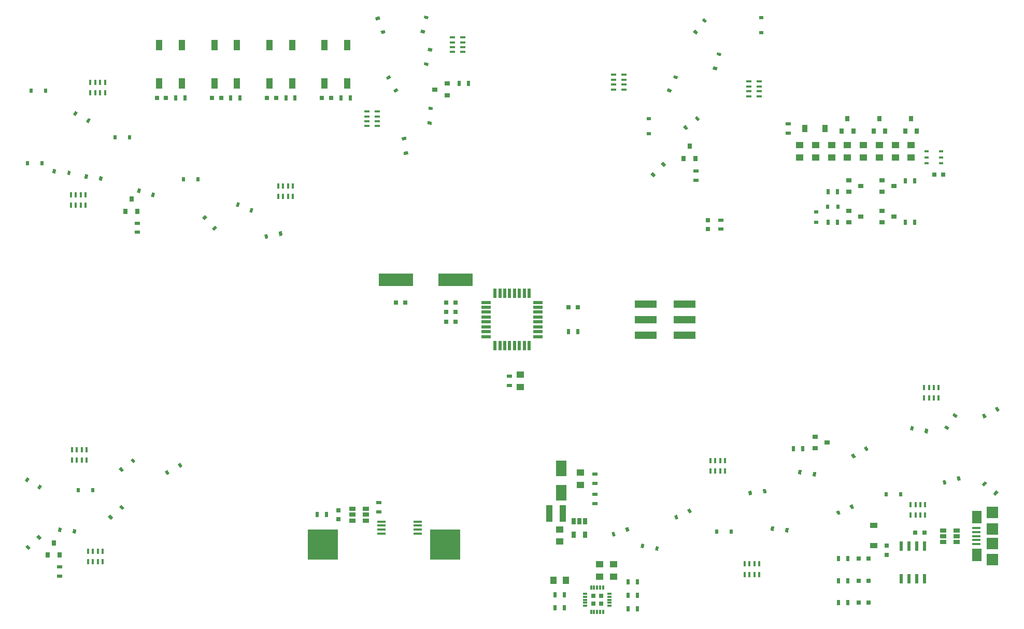
<source format=gbr>
G04 #@! TF.GenerationSoftware,KiCad,Pcbnew,(6.0.0-rc1-dev-557-ge985f797c)*
G04 #@! TF.CreationDate,2019-12-22T20:12:48+01:00*
G04 #@! TF.ProjectId,36C3_Badge_Hardware,333643335F42616467655F4861726477,1.1*
G04 #@! TF.SameCoordinates,Original*
G04 #@! TF.FileFunction,Paste,Bot*
G04 #@! TF.FilePolarity,Positive*
%FSLAX46Y46*%
G04 Gerber Fmt 4.6, Leading zero omitted, Abs format (unit mm)*
G04 Created by KiCad (PCBNEW (6.0.0-rc1-dev-557-ge985f797c)) date 12/22/19 20:12:48*
%MOMM*%
%LPD*%
G01*
G04 APERTURE LIST*
%ADD10R,1.200000X0.900000*%
%ADD11R,1.250000X1.000000*%
%ADD12R,5.000000X5.000000*%
%ADD13R,1.600000X2.100000*%
%ADD14R,1.350000X0.400000*%
%ADD15R,1.900000X1.900000*%
%ADD16R,5.600700X2.100580*%
%ADD17R,1.600000X0.550000*%
%ADD18R,0.550000X1.600000*%
%ADD19R,0.700000X0.450000*%
%ADD20R,0.600000X1.550000*%
%ADD21R,0.730000X0.300000*%
%ADD22R,0.300000X0.730000*%
%ADD23R,0.750000X0.750000*%
%ADD24R,1.060000X0.650000*%
%ADD25R,0.650000X1.060000*%
%ADD26R,1.100000X1.800000*%
%ADD27R,0.900000X0.500000*%
%ADD28R,0.500000X0.900000*%
%ADD29R,0.900000X0.400000*%
%ADD30R,0.400000X0.900000*%
%ADD31R,0.900000X0.800000*%
%ADD32R,0.800000X0.900000*%
%ADD33R,1.450000X0.450000*%
%ADD34R,1.000000X2.700000*%
%ADD35R,3.600000X1.270000*%
%ADD36R,0.800000X0.600000*%
%ADD37R,0.600000X0.800000*%
%ADD38R,0.900000X1.200000*%
%ADD39C,0.500000*%
%ADD40C,0.100000*%
%ADD41R,0.500000X0.700000*%
%ADD42R,0.700000X0.500000*%
%ADD43R,0.800000X0.800000*%
%ADD44R,1.800000X2.500000*%
%ADD45R,0.800000X0.750000*%
%ADD46R,0.750000X0.800000*%
%ADD47R,1.000000X1.250000*%
G04 APERTURE END LIST*
D10*
G04 #@! TO.C,D6*
X169100000Y-116950000D03*
X169100000Y-113650000D03*
G04 #@! TD*
D11*
G04 #@! TO.C,C27*
X111300000Y-91000000D03*
X111300000Y-89000000D03*
G04 #@! TD*
D12*
G04 #@! TO.C,BT1*
X79100000Y-116800000D03*
X99100000Y-116800000D03*
G04 #@! TD*
D13*
G04 #@! TO.C,J1*
X185950000Y-118500000D03*
D14*
X185825000Y-116700000D03*
X185825000Y-114100000D03*
X185825000Y-114750000D03*
X185825000Y-116050000D03*
X185825000Y-115400000D03*
D13*
X185950000Y-112300000D03*
D15*
X188500000Y-111550000D03*
X188500000Y-119250000D03*
X188500000Y-114200000D03*
X188500000Y-116600000D03*
G04 #@! TD*
D16*
G04 #@! TO.C,Y1*
X91051140Y-73500000D03*
X100748860Y-73500000D03*
G04 #@! TD*
D17*
G04 #@! TO.C,U6*
X105750000Y-82800000D03*
X105750000Y-82000000D03*
X105750000Y-81200000D03*
X105750000Y-80400000D03*
X105750000Y-79600000D03*
X105750000Y-78800000D03*
X105750000Y-78000000D03*
X105750000Y-77200000D03*
D18*
X107200000Y-75750000D03*
X108000000Y-75750000D03*
X108800000Y-75750000D03*
X109600000Y-75750000D03*
X110400000Y-75750000D03*
X111200000Y-75750000D03*
X112000000Y-75750000D03*
X112800000Y-75750000D03*
D17*
X114250000Y-77200000D03*
X114250000Y-78000000D03*
X114250000Y-78800000D03*
X114250000Y-79600000D03*
X114250000Y-80400000D03*
X114250000Y-81200000D03*
X114250000Y-82000000D03*
X114250000Y-82800000D03*
D18*
X112800000Y-84250000D03*
X112000000Y-84250000D03*
X111200000Y-84250000D03*
X110400000Y-84250000D03*
X109600000Y-84250000D03*
X108800000Y-84250000D03*
X108000000Y-84250000D03*
X107200000Y-84250000D03*
G04 #@! TD*
D19*
G04 #@! TO.C,U5*
X177700000Y-53500000D03*
X177700000Y-54450000D03*
X177700000Y-52550000D03*
X180100000Y-52550000D03*
X180100000Y-54450000D03*
X180100000Y-53500000D03*
G04 #@! TD*
D20*
G04 #@! TO.C,U4*
X177405000Y-122400000D03*
X176135000Y-122400000D03*
X174865000Y-122400000D03*
X173595000Y-122400000D03*
X173595000Y-117000000D03*
X174865000Y-117000000D03*
X176135000Y-117000000D03*
X177405000Y-117000000D03*
G04 #@! TD*
D21*
G04 #@! TO.C,U3*
X125865000Y-124800000D03*
X125865000Y-125300000D03*
X125865000Y-125800000D03*
X125865000Y-126300000D03*
X125865000Y-126800000D03*
D22*
X124900000Y-127765000D03*
X124400000Y-127765000D03*
X123900000Y-127765000D03*
X123400000Y-127765000D03*
X122900000Y-127765000D03*
D21*
X121935000Y-126800000D03*
X121935000Y-126300000D03*
X121935000Y-125800000D03*
X121935000Y-125300000D03*
X121935000Y-124800000D03*
D22*
X122900000Y-123835000D03*
X123400000Y-123835000D03*
X123900000Y-123835000D03*
X124400000Y-123835000D03*
X124900000Y-123835000D03*
D23*
X123275000Y-126425000D03*
X123275000Y-125175000D03*
X124525000Y-126425000D03*
X124525000Y-125175000D03*
G04 #@! TD*
D24*
G04 #@! TO.C,U2*
X86100000Y-110950000D03*
X86100000Y-111900000D03*
X86100000Y-112850000D03*
X83900000Y-112850000D03*
X83900000Y-110950000D03*
X83900000Y-111900000D03*
G04 #@! TD*
D25*
G04 #@! TO.C,U1*
X120050000Y-113000000D03*
X121000000Y-113000000D03*
X121950000Y-113000000D03*
X121950000Y-115200000D03*
X120050000Y-115200000D03*
G04 #@! TD*
D26*
G04 #@! TO.C,SW4*
X52350000Y-35200000D03*
X52350000Y-41400000D03*
X56050000Y-35200000D03*
X56050000Y-41400000D03*
G04 #@! TD*
G04 #@! TO.C,SW3*
X65050000Y-41400000D03*
X65050000Y-35200000D03*
X61350000Y-41400000D03*
X61350000Y-35200000D03*
G04 #@! TD*
G04 #@! TO.C,SW2*
X74050000Y-41400000D03*
X74050000Y-35200000D03*
X70350000Y-41400000D03*
X70350000Y-35200000D03*
G04 #@! TD*
G04 #@! TO.C,SW1*
X83050000Y-41400000D03*
X83050000Y-35200000D03*
X79350000Y-41400000D03*
X79350000Y-35200000D03*
G04 #@! TD*
D27*
G04 #@! TO.C,R43*
X109600000Y-89250000D03*
X109600000Y-90750000D03*
G04 #@! TD*
D28*
G04 #@! TO.C,R42*
X119250000Y-82000000D03*
X120750000Y-82000000D03*
G04 #@! TD*
G04 #@! TO.C,R41*
X56550000Y-43800000D03*
X55050000Y-43800000D03*
G04 #@! TD*
G04 #@! TO.C,R40*
X65550000Y-43800000D03*
X64050000Y-43800000D03*
G04 #@! TD*
D27*
G04 #@! TO.C,R39*
X144100000Y-65250000D03*
X144100000Y-63750000D03*
G04 #@! TD*
D28*
G04 #@! TO.C,R38*
X74550000Y-43800000D03*
X73050000Y-43800000D03*
G04 #@! TD*
G04 #@! TO.C,R37*
X83550000Y-43800000D03*
X82050000Y-43800000D03*
G04 #@! TD*
G04 #@! TO.C,R36*
X102850000Y-41400000D03*
X101350000Y-41400000D03*
G04 #@! TD*
D27*
G04 #@! TO.C,R35*
X155100000Y-49550000D03*
X155100000Y-48050000D03*
G04 #@! TD*
D29*
G04 #@! TO.C,R34*
X101950000Y-34700000D03*
X101950000Y-35500000D03*
X101950000Y-33900000D03*
X101950000Y-36300000D03*
X100250000Y-33900000D03*
X100250000Y-34700000D03*
X100250000Y-35500000D03*
X100250000Y-36300000D03*
G04 #@! TD*
G04 #@! TO.C,R33*
X86250000Y-47600000D03*
X86250000Y-46800000D03*
X86250000Y-48400000D03*
X86250000Y-46000000D03*
X87950000Y-48400000D03*
X87950000Y-47600000D03*
X87950000Y-46800000D03*
X87950000Y-46000000D03*
G04 #@! TD*
D28*
G04 #@! TO.C,R32*
X163150000Y-64100000D03*
X161650000Y-64100000D03*
G04 #@! TD*
G04 #@! TO.C,R31*
X163150000Y-59100000D03*
X161650000Y-59100000D03*
G04 #@! TD*
G04 #@! TO.C,R30*
X155950000Y-101100000D03*
X157450000Y-101100000D03*
G04 #@! TD*
D30*
G04 #@! TO.C,R29*
X176700000Y-111950000D03*
X175900000Y-111950000D03*
X177500000Y-111950000D03*
X175100000Y-111950000D03*
X177500000Y-110250000D03*
X176700000Y-110250000D03*
X175900000Y-110250000D03*
X175100000Y-110250000D03*
G04 #@! TD*
G04 #@! TO.C,R28*
X149600000Y-121650000D03*
X148800000Y-121650000D03*
X150400000Y-121650000D03*
X148000000Y-121650000D03*
X150400000Y-119950000D03*
X149600000Y-119950000D03*
X148800000Y-119950000D03*
X148000000Y-119950000D03*
G04 #@! TD*
G04 #@! TO.C,R27*
X143200000Y-103050000D03*
X144000000Y-103050000D03*
X142400000Y-103050000D03*
X144800000Y-103050000D03*
X142400000Y-104750000D03*
X143200000Y-104750000D03*
X144000000Y-104750000D03*
X144800000Y-104750000D03*
G04 #@! TD*
G04 #@! TO.C,R26*
X178100000Y-91150000D03*
X178900000Y-91150000D03*
X177300000Y-91150000D03*
X179700000Y-91150000D03*
X177300000Y-92850000D03*
X178100000Y-92850000D03*
X178900000Y-92850000D03*
X179700000Y-92850000D03*
G04 #@! TD*
D27*
G04 #@! TO.C,R25*
X36100000Y-121950000D03*
X36100000Y-120450000D03*
G04 #@! TD*
D30*
G04 #@! TO.C,R24*
X38900000Y-101250000D03*
X39700000Y-101250000D03*
X38100000Y-101250000D03*
X40500000Y-101250000D03*
X38100000Y-102950000D03*
X38900000Y-102950000D03*
X39700000Y-102950000D03*
X40500000Y-102950000D03*
G04 #@! TD*
G04 #@! TO.C,R23*
X42300000Y-119550000D03*
X41500000Y-119550000D03*
X43100000Y-119550000D03*
X40700000Y-119550000D03*
X43100000Y-117850000D03*
X42300000Y-117850000D03*
X41500000Y-117850000D03*
X40700000Y-117850000D03*
G04 #@! TD*
D28*
G04 #@! TO.C,R22*
X174250000Y-64100000D03*
X175750000Y-64100000D03*
G04 #@! TD*
G04 #@! TO.C,R21*
X174250000Y-57300000D03*
X175750000Y-57300000D03*
G04 #@! TD*
D27*
G04 #@! TO.C,R20*
X48800000Y-65750000D03*
X48800000Y-64250000D03*
G04 #@! TD*
D30*
G04 #@! TO.C,R19*
X41900000Y-41250000D03*
X42700000Y-41250000D03*
X41100000Y-41250000D03*
X43500000Y-41250000D03*
X41100000Y-42950000D03*
X41900000Y-42950000D03*
X42700000Y-42950000D03*
X43500000Y-42950000D03*
G04 #@! TD*
G04 #@! TO.C,R18*
X72600000Y-58150000D03*
X73400000Y-58150000D03*
X71800000Y-58150000D03*
X74200000Y-58150000D03*
X71800000Y-59850000D03*
X72600000Y-59850000D03*
X73400000Y-59850000D03*
X74200000Y-59850000D03*
G04 #@! TD*
G04 #@! TO.C,R17*
X39500000Y-61350000D03*
X38700000Y-61350000D03*
X40300000Y-61350000D03*
X37900000Y-61350000D03*
X40300000Y-59650000D03*
X39500000Y-59650000D03*
X38700000Y-59650000D03*
X37900000Y-59650000D03*
G04 #@! TD*
D27*
G04 #@! TO.C,R16*
X140000000Y-57250000D03*
X140000000Y-55750000D03*
G04 #@! TD*
D29*
G04 #@! TO.C,R15*
X150350000Y-41900000D03*
X150350000Y-42700000D03*
X150350000Y-41100000D03*
X150350000Y-43500000D03*
X148650000Y-41100000D03*
X148650000Y-41900000D03*
X148650000Y-42700000D03*
X148650000Y-43500000D03*
G04 #@! TD*
G04 #@! TO.C,R14*
X126550000Y-41600000D03*
X126550000Y-40800000D03*
X126550000Y-42400000D03*
X126550000Y-40000000D03*
X128250000Y-42400000D03*
X128250000Y-41600000D03*
X128250000Y-40800000D03*
X128250000Y-40000000D03*
G04 #@! TD*
D28*
G04 #@! TO.C,R12*
X164850000Y-119100000D03*
X163350000Y-119100000D03*
G04 #@! TD*
G04 #@! TO.C,R11*
X164850000Y-122700000D03*
X163350000Y-122700000D03*
G04 #@! TD*
G04 #@! TO.C,R10*
X163350000Y-126300000D03*
X164850000Y-126300000D03*
G04 #@! TD*
D27*
G04 #@! TO.C,R9*
X123500000Y-108550000D03*
X123500000Y-110050000D03*
G04 #@! TD*
G04 #@! TO.C,R8*
X123500000Y-105250000D03*
X123500000Y-106750000D03*
G04 #@! TD*
D28*
G04 #@! TO.C,R7*
X130450000Y-127300000D03*
X128950000Y-127300000D03*
G04 #@! TD*
G04 #@! TO.C,R6*
X117050000Y-127100000D03*
X118550000Y-127100000D03*
G04 #@! TD*
G04 #@! TO.C,R5*
X130450000Y-125100000D03*
X128950000Y-125100000D03*
G04 #@! TD*
G04 #@! TO.C,R4*
X128950000Y-122900000D03*
X130450000Y-122900000D03*
G04 #@! TD*
D27*
G04 #@! TO.C,R3*
X88200000Y-111450000D03*
X88200000Y-109950000D03*
G04 #@! TD*
D28*
G04 #@! TO.C,R2*
X117050000Y-125000000D03*
X118550000Y-125000000D03*
G04 #@! TD*
G04 #@! TO.C,R1*
X79650000Y-111900000D03*
X78150000Y-111900000D03*
G04 #@! TD*
D31*
G04 #@! TO.C,Q10*
X99400000Y-41450000D03*
X99400000Y-43350000D03*
X97400000Y-42400000D03*
G04 #@! TD*
G04 #@! TO.C,Q9*
X165000000Y-64150000D03*
X165000000Y-62250000D03*
X167000000Y-63200000D03*
G04 #@! TD*
G04 #@! TO.C,Q8*
X165000000Y-59150000D03*
X165000000Y-57250000D03*
X167000000Y-58200000D03*
G04 #@! TD*
G04 #@! TO.C,Q7*
X159500000Y-101050000D03*
X159500000Y-99150000D03*
X161500000Y-100100000D03*
G04 #@! TD*
D32*
G04 #@! TO.C,Q6*
X36050000Y-118500000D03*
X34150000Y-118500000D03*
X35100000Y-116500000D03*
G04 #@! TD*
D31*
G04 #@! TO.C,Q5*
X170400000Y-64150000D03*
X170400000Y-62250000D03*
X172400000Y-63200000D03*
G04 #@! TD*
G04 #@! TO.C,Q4*
X170400000Y-59150000D03*
X170400000Y-57250000D03*
X172400000Y-58200000D03*
G04 #@! TD*
D32*
G04 #@! TO.C,Q3*
X48750000Y-62300000D03*
X46850000Y-62300000D03*
X47800000Y-60300000D03*
G04 #@! TD*
G04 #@! TO.C,Q2*
X139950000Y-53700000D03*
X138050000Y-53700000D03*
X139000000Y-51700000D03*
G04 #@! TD*
D33*
G04 #@! TO.C,Q1*
X88650000Y-114975000D03*
X88650000Y-114325000D03*
X88650000Y-113675000D03*
X88650000Y-113025000D03*
X94550000Y-113025000D03*
X94550000Y-113675000D03*
X94550000Y-114325000D03*
X94550000Y-114975000D03*
G04 #@! TD*
D34*
G04 #@! TO.C,L1*
X116100000Y-111700000D03*
X118300000Y-111700000D03*
G04 #@! TD*
D35*
G04 #@! TO.C,J2*
X138200000Y-77460000D03*
X138200000Y-80000000D03*
X138200000Y-82540000D03*
X131800000Y-82540000D03*
X131800000Y-80000000D03*
X131800000Y-77460000D03*
G04 #@! TD*
D36*
G04 #@! TO.C,D58*
X159700000Y-64150000D03*
X159700000Y-62450000D03*
G04 #@! TD*
D37*
G04 #@! TO.C,D57*
X161550000Y-61600000D03*
X163250000Y-61600000D03*
G04 #@! TD*
D38*
G04 #@! TO.C,D56*
X157850000Y-48800000D03*
X161150000Y-48800000D03*
G04 #@! TD*
D39*
G04 #@! TO.C,D55*
X95430059Y-32969244D03*
D40*
G36*
X95145267Y-32646919D02*
X95827326Y-32804384D01*
X95714851Y-33291569D01*
X95032792Y-33134104D01*
X95145267Y-32646919D01*
X95145267Y-32646919D01*
G37*
D39*
X95969941Y-30630756D03*
D40*
G36*
X95685149Y-30308431D02*
X96367208Y-30465896D01*
X96254733Y-30953081D01*
X95572674Y-30795616D01*
X95685149Y-30308431D01*
X95685149Y-30308431D01*
G37*
G04 #@! TD*
D39*
G04 #@! TO.C,D54*
X95989417Y-38259111D03*
D40*
G36*
X95716048Y-37927043D02*
X96392196Y-38108216D01*
X96262786Y-38591179D01*
X95586638Y-38410006D01*
X95716048Y-37927043D01*
X95716048Y-37927043D01*
G37*
D39*
X96610583Y-35940889D03*
D40*
G36*
X96337214Y-35608821D02*
X97013362Y-35789994D01*
X96883952Y-36272957D01*
X96207804Y-36091784D01*
X96337214Y-35608821D01*
X96337214Y-35608821D01*
G37*
G04 #@! TD*
D39*
G04 #@! TO.C,D53*
X96516292Y-47897077D03*
D40*
G36*
X96184584Y-47623271D02*
X96882879Y-47672101D01*
X96848000Y-48170883D01*
X96149705Y-48122053D01*
X96184584Y-47623271D01*
X96184584Y-47623271D01*
G37*
D39*
X96683708Y-45502923D03*
D40*
G36*
X96352000Y-45229117D02*
X97050295Y-45277947D01*
X97015416Y-45776729D01*
X96317121Y-45727899D01*
X96352000Y-45229117D01*
X96352000Y-45229117D01*
G37*
G04 #@! TD*
D39*
G04 #@! TO.C,D52*
X92353757Y-50408945D03*
D40*
G36*
X92731615Y-50614427D02*
X92036833Y-50699736D01*
X91975899Y-50203463D01*
X92670681Y-50118154D01*
X92731615Y-50614427D01*
X92731615Y-50614427D01*
G37*
D39*
X92646243Y-52791055D03*
D40*
G36*
X93024101Y-52996537D02*
X92329319Y-53081846D01*
X92268385Y-52585573D01*
X92963167Y-52500264D01*
X93024101Y-52996537D01*
X93024101Y-52996537D01*
G37*
G04 #@! TD*
D39*
G04 #@! TO.C,D51*
X89800000Y-40460770D03*
D40*
G36*
X90228109Y-40502276D02*
X89621891Y-40852276D01*
X89371891Y-40419264D01*
X89978109Y-40069264D01*
X90228109Y-40502276D01*
X90228109Y-40502276D01*
G37*
D39*
X91000000Y-42539230D03*
D40*
G36*
X91428109Y-42580736D02*
X90821891Y-42930736D01*
X90571891Y-42497724D01*
X91178109Y-42147724D01*
X91428109Y-42580736D01*
X91428109Y-42580736D01*
G37*
G04 #@! TD*
D39*
G04 #@! TO.C,D50*
X88069958Y-30779703D03*
D40*
G36*
X88486303Y-30887669D02*
X87832797Y-31138527D01*
X87653613Y-30671737D01*
X88307119Y-30420879D01*
X88486303Y-30887669D01*
X88486303Y-30887669D01*
G37*
D39*
X88930042Y-33020297D03*
D40*
G36*
X89346387Y-33128263D02*
X88692881Y-33379121D01*
X88513697Y-32912331D01*
X89167203Y-32661473D01*
X89346387Y-33128263D01*
X89346387Y-33128263D01*
G37*
G04 #@! TD*
D32*
G04 #@! TO.C,D49*
X165750000Y-49200000D03*
X163850000Y-49200000D03*
X164800000Y-47200000D03*
G04 #@! TD*
D39*
G04 #@! TO.C,D48*
X187167425Y-106844816D03*
D40*
G36*
X187581974Y-106730145D02*
X187141449Y-107274147D01*
X186752876Y-106959487D01*
X187193401Y-106415485D01*
X187581974Y-106730145D01*
X187581974Y-106730145D01*
G37*
D39*
X189032575Y-108355184D03*
D40*
G36*
X189447124Y-108240513D02*
X189006599Y-108784515D01*
X188618026Y-108469855D01*
X189058551Y-107925853D01*
X189447124Y-108240513D01*
X189447124Y-108240513D01*
G37*
G04 #@! TD*
D39*
G04 #@! TO.C,D47*
X180640889Y-106610583D03*
D40*
G36*
X180791784Y-106207804D02*
X180972957Y-106883952D01*
X180489994Y-107013362D01*
X180308821Y-106337214D01*
X180791784Y-106207804D01*
X180791784Y-106207804D01*
G37*
D39*
X182959111Y-105989417D03*
D40*
G36*
X183110006Y-105586638D02*
X183291179Y-106262786D01*
X182808216Y-106392196D01*
X182627043Y-105716048D01*
X183110006Y-105586638D01*
X183110006Y-105586638D01*
G37*
G04 #@! TD*
D41*
G04 #@! TO.C,D46*
X171100000Y-108600000D03*
X173500000Y-108600000D03*
G04 #@! TD*
D39*
G04 #@! TO.C,D45*
X163295394Y-111568877D03*
D40*
G36*
X163388764Y-111149018D02*
X163662276Y-111793371D01*
X163202024Y-111988736D01*
X162928512Y-111344383D01*
X163388764Y-111149018D01*
X163388764Y-111149018D01*
G37*
D39*
X165504606Y-110631123D03*
D40*
G36*
X165597976Y-110211264D02*
X165871488Y-110855617D01*
X165411236Y-111050982D01*
X165137724Y-110406629D01*
X165597976Y-110211264D01*
X165597976Y-110211264D01*
G37*
G04 #@! TD*
D39*
G04 #@! TO.C,D44*
X152506574Y-114174566D03*
D40*
G36*
X152791789Y-113852615D02*
X152718620Y-114548781D01*
X152221359Y-114496517D01*
X152294528Y-113800351D01*
X152791789Y-113852615D01*
X152791789Y-113852615D01*
G37*
D39*
X154893426Y-114425434D03*
D40*
G36*
X155178641Y-114103483D02*
X155105472Y-114799649D01*
X154608211Y-114747385D01*
X154681380Y-114051219D01*
X155178641Y-114103483D01*
X155178641Y-114103483D01*
G37*
G04 #@! TD*
D41*
G04 #@! TO.C,D43*
X143400000Y-114700000D03*
X145800000Y-114700000D03*
G04 #@! TD*
D39*
G04 #@! TO.C,D42*
X131314774Y-117012279D03*
D40*
G36*
X131616448Y-116705697D02*
X131506944Y-117397079D01*
X131013100Y-117318861D01*
X131122604Y-116627479D01*
X131616448Y-116705697D01*
X131616448Y-116705697D01*
G37*
D39*
X133685226Y-117387721D03*
D40*
G36*
X133986900Y-117081139D02*
X133877396Y-117772521D01*
X133383552Y-117694303D01*
X133493056Y-117002921D01*
X133986900Y-117081139D01*
X133986900Y-117081139D01*
G37*
G04 #@! TD*
D39*
G04 #@! TO.C,D41*
X128827631Y-114289576D03*
D40*
G36*
X128712415Y-114703973D02*
X128473001Y-114046189D01*
X128942847Y-113875179D01*
X129182261Y-114532963D01*
X128712415Y-114703973D01*
X128712415Y-114703973D01*
G37*
D39*
X126572369Y-115110424D03*
D40*
G36*
X126457153Y-115524821D02*
X126217739Y-114867037D01*
X126687585Y-114696027D01*
X126926999Y-115353811D01*
X126457153Y-115524821D01*
X126457153Y-115524821D01*
G37*
G04 #@! TD*
D39*
G04 #@! TO.C,D40*
X138978553Y-111273955D03*
D40*
G36*
X138907284Y-111698126D02*
X138600425Y-111068970D01*
X139049822Y-110849784D01*
X139356681Y-111478940D01*
X138907284Y-111698126D01*
X138907284Y-111698126D01*
G37*
D39*
X136821447Y-112326045D03*
D40*
G36*
X136750178Y-112750216D02*
X136443319Y-112121060D01*
X136892716Y-111901874D01*
X137199575Y-112531030D01*
X136750178Y-112750216D01*
X136750178Y-112750216D01*
G37*
G04 #@! TD*
D39*
G04 #@! TO.C,D39*
X151291055Y-108053757D03*
D40*
G36*
X151085573Y-108431615D02*
X151000264Y-107736833D01*
X151496537Y-107675899D01*
X151581846Y-108370681D01*
X151085573Y-108431615D01*
X151085573Y-108431615D01*
G37*
D39*
X148908945Y-108346243D03*
D40*
G36*
X148703463Y-108724101D02*
X148618154Y-108029319D01*
X149114427Y-107968385D01*
X149199736Y-108663167D01*
X148703463Y-108724101D01*
X148703463Y-108724101D01*
G37*
G04 #@! TD*
D39*
G04 #@! TO.C,D38*
X159388322Y-105267008D03*
D40*
G36*
X159092044Y-105578809D02*
X159189466Y-104885621D01*
X159684600Y-104955207D01*
X159587178Y-105648395D01*
X159092044Y-105578809D01*
X159092044Y-105578809D01*
G37*
D39*
X157011678Y-104932992D03*
D40*
G36*
X156715400Y-105244793D02*
X156812822Y-104551605D01*
X157307956Y-104621191D01*
X157210534Y-105314379D01*
X156715400Y-105244793D01*
X156715400Y-105244793D01*
G37*
G04 #@! TD*
D39*
G04 #@! TO.C,D37*
X167828601Y-101081954D03*
D40*
G36*
X167794573Y-101510722D02*
X167434046Y-100910705D01*
X167862629Y-100653186D01*
X168223156Y-101253203D01*
X167794573Y-101510722D01*
X167794573Y-101510722D01*
G37*
D39*
X165771399Y-102318046D03*
D40*
G36*
X165737371Y-102746814D02*
X165376844Y-102146797D01*
X165805427Y-101889278D01*
X166165954Y-102489295D01*
X165737371Y-102746814D01*
X165737371Y-102746814D01*
G37*
G04 #@! TD*
D39*
G04 #@! TO.C,D36*
X177677953Y-98228971D03*
D40*
G36*
X177365763Y-98524838D02*
X177499329Y-97837699D01*
X177990143Y-97933104D01*
X177856577Y-98620243D01*
X177365763Y-98524838D01*
X177365763Y-98524838D01*
G37*
D39*
X175322047Y-97771029D03*
D40*
G36*
X175009857Y-98066896D02*
X175143423Y-97379757D01*
X175634237Y-97475162D01*
X175500671Y-98162301D01*
X175009857Y-98066896D01*
X175009857Y-98066896D01*
G37*
G04 #@! TD*
D39*
G04 #@! TO.C,D35*
X182388292Y-95717018D03*
D40*
G36*
X182531601Y-96122558D02*
X181958195Y-95721054D01*
X182244983Y-95311478D01*
X182818389Y-95712982D01*
X182531601Y-96122558D01*
X182531601Y-96122558D01*
G37*
D39*
X181011708Y-97682982D03*
D40*
G36*
X181155017Y-98088522D02*
X180581611Y-97687018D01*
X180868399Y-97277442D01*
X181441805Y-97678946D01*
X181155017Y-98088522D01*
X181155017Y-98088522D01*
G37*
G04 #@! TD*
D39*
G04 #@! TO.C,D34*
X189269208Y-94655211D03*
D40*
G36*
X189205353Y-95080561D02*
X188887560Y-94456856D01*
X189333063Y-94229861D01*
X189650856Y-94853566D01*
X189205353Y-95080561D01*
X189205353Y-95080561D01*
G37*
D39*
X187130792Y-95744789D03*
D40*
G36*
X187066937Y-96170139D02*
X186749144Y-95546434D01*
X187194647Y-95319439D01*
X187512440Y-95943144D01*
X187066937Y-96170139D01*
X187066937Y-96170139D01*
G37*
G04 #@! TD*
D32*
G04 #@! TO.C,D33*
X170950000Y-49200000D03*
X169050000Y-49200000D03*
X170000000Y-47200000D03*
G04 #@! TD*
G04 #@! TO.C,D32*
X176150000Y-49200000D03*
X174250000Y-49200000D03*
X175200000Y-47200000D03*
G04 #@! TD*
D39*
G04 #@! TO.C,D31*
X32839230Y-107400000D03*
D40*
G36*
X32447724Y-107578109D02*
X32797724Y-106971891D01*
X33230736Y-107221891D01*
X32880736Y-107828109D01*
X32447724Y-107578109D01*
X32447724Y-107578109D01*
G37*
D39*
X30760770Y-106200000D03*
D40*
G36*
X30369264Y-106378109D02*
X30719264Y-105771891D01*
X31152276Y-106021891D01*
X30802276Y-106628109D01*
X30369264Y-106378109D01*
X30369264Y-106378109D01*
G37*
G04 #@! TD*
D41*
G04 #@! TO.C,D30*
X41500000Y-107900000D03*
X39100000Y-107900000D03*
G04 #@! TD*
D39*
G04 #@! TO.C,D29*
X48058363Y-103077822D03*
D40*
G36*
X48069339Y-103507798D02*
X47648069Y-102948753D01*
X48047387Y-102647846D01*
X48468657Y-103206891D01*
X48069339Y-103507798D01*
X48069339Y-103507798D01*
G37*
D39*
X46141637Y-104522178D03*
D40*
G36*
X46152613Y-104952154D02*
X45731343Y-104393109D01*
X46130661Y-104092202D01*
X46551931Y-104651247D01*
X46152613Y-104952154D01*
X46152613Y-104952154D01*
G37*
G04 #@! TD*
D39*
G04 #@! TO.C,D28*
X53660770Y-105000000D03*
D40*
G36*
X53702276Y-104571891D02*
X54052276Y-105178109D01*
X53619264Y-105428109D01*
X53269264Y-104821891D01*
X53702276Y-104571891D01*
X53702276Y-104571891D01*
G37*
D39*
X55739230Y-103800000D03*
D40*
G36*
X55780736Y-103371891D02*
X56130736Y-103978109D01*
X55697724Y-104228109D01*
X55347724Y-103621891D01*
X55780736Y-103371891D01*
X55780736Y-103371891D01*
G37*
G04 #@! TD*
D39*
G04 #@! TO.C,D27*
X44394349Y-112287271D03*
D40*
G36*
X44353406Y-111859108D02*
X44812647Y-112387405D01*
X44435292Y-112715434D01*
X43976051Y-112187137D01*
X44353406Y-111859108D01*
X44353406Y-111859108D01*
G37*
D39*
X46205651Y-110712729D03*
D40*
G36*
X46164708Y-110284566D02*
X46623949Y-110812863D01*
X46246594Y-111140892D01*
X45787353Y-110612595D01*
X46164708Y-110284566D01*
X46164708Y-110284566D01*
G37*
G04 #@! TD*
D39*
G04 #@! TO.C,D26*
X36106574Y-114374566D03*
D40*
G36*
X36391789Y-114052615D02*
X36318620Y-114748781D01*
X35821359Y-114696517D01*
X35894528Y-114000351D01*
X36391789Y-114052615D01*
X36391789Y-114052615D01*
G37*
D39*
X38493426Y-114625434D03*
D40*
G36*
X38778641Y-114303483D02*
X38705472Y-114999649D01*
X38208211Y-114947385D01*
X38281380Y-114251219D01*
X38778641Y-114303483D01*
X38778641Y-114303483D01*
G37*
G04 #@! TD*
D39*
G04 #@! TO.C,D25*
X30908226Y-117202957D03*
D40*
G36*
X30859816Y-116775574D02*
X31328208Y-117295775D01*
X30956636Y-117630340D01*
X30488244Y-117110139D01*
X30859816Y-116775574D01*
X30859816Y-116775574D01*
G37*
D39*
X32691774Y-115597043D03*
D40*
G36*
X32643364Y-115169660D02*
X33111756Y-115689861D01*
X32740184Y-116024426D01*
X32271792Y-115504225D01*
X32643364Y-115169660D01*
X32643364Y-115169660D01*
G37*
G04 #@! TD*
D41*
G04 #@! TO.C,D24*
X33800000Y-42600000D03*
X31400000Y-42600000D03*
G04 #@! TD*
D39*
G04 #@! TO.C,D23*
X40749545Y-47481772D03*
D40*
G36*
X40361207Y-47666686D02*
X40700573Y-47054453D01*
X41137883Y-47296858D01*
X40798517Y-47909091D01*
X40361207Y-47666686D01*
X40361207Y-47666686D01*
G37*
D39*
X38650455Y-46318228D03*
D40*
G36*
X38262117Y-46503142D02*
X38601483Y-45890909D01*
X39038793Y-46133314D01*
X38699427Y-46745547D01*
X38262117Y-46503142D01*
X38262117Y-46503142D01*
G37*
G04 #@! TD*
D41*
G04 #@! TO.C,D22*
X47500000Y-50200000D03*
X45100000Y-50200000D03*
G04 #@! TD*
G04 #@! TO.C,D21*
X58700000Y-57100000D03*
X56300000Y-57100000D03*
G04 #@! TD*
D39*
G04 #@! TO.C,D20*
X67412621Y-62149528D03*
D40*
G36*
X67049713Y-62380391D02*
X67311937Y-61731362D01*
X67775529Y-61918665D01*
X67513305Y-62567694D01*
X67049713Y-62380391D01*
X67049713Y-62380391D01*
G37*
D39*
X65187379Y-61250472D03*
D40*
G36*
X64824471Y-61481335D02*
X65086695Y-60832306D01*
X65550287Y-61019609D01*
X65288063Y-61668638D01*
X64824471Y-61481335D01*
X64824471Y-61481335D01*
G37*
G04 #@! TD*
D39*
G04 #@! TO.C,D19*
X69822047Y-66428971D03*
D40*
G36*
X70000671Y-66037699D02*
X70134237Y-66724838D01*
X69643423Y-66820243D01*
X69509857Y-66133104D01*
X70000671Y-66037699D01*
X70000671Y-66037699D01*
G37*
D39*
X72177953Y-65971029D03*
D40*
G36*
X72356577Y-65579757D02*
X72490143Y-66266896D01*
X71999329Y-66362301D01*
X71865763Y-65675162D01*
X72356577Y-65579757D01*
X72356577Y-65579757D01*
G37*
G04 #@! TD*
D39*
G04 #@! TO.C,D18*
X59781602Y-63322376D03*
D40*
G36*
X60208075Y-63266515D02*
X59696128Y-63743914D01*
X59355129Y-63378237D01*
X59867076Y-62900838D01*
X60208075Y-63266515D01*
X60208075Y-63266515D01*
G37*
D39*
X61418398Y-65077624D03*
D40*
G36*
X61844871Y-65021763D02*
X61332924Y-65499162D01*
X60991925Y-65133485D01*
X61503872Y-64656086D01*
X61844871Y-65021763D01*
X61844871Y-65021763D01*
G37*
G04 #@! TD*
D39*
G04 #@! TO.C,D17*
X49052434Y-58949154D03*
D40*
G36*
X49393840Y-58687540D02*
X49189180Y-59356954D01*
X48711028Y-59210768D01*
X48915688Y-58541354D01*
X49393840Y-58687540D01*
X49393840Y-58687540D01*
G37*
D39*
X51347566Y-59650846D03*
D40*
G36*
X51688972Y-59389232D02*
X51484312Y-60058646D01*
X51006160Y-59912460D01*
X51210820Y-59243046D01*
X51688972Y-59389232D01*
X51688972Y-59389232D01*
G37*
G04 #@! TD*
D39*
G04 #@! TO.C,D16*
X40408945Y-56653757D03*
D40*
G36*
X40699736Y-56336833D02*
X40614427Y-57031615D01*
X40118154Y-56970681D01*
X40203463Y-56275899D01*
X40699736Y-56336833D01*
X40699736Y-56336833D01*
G37*
D39*
X42791055Y-56946243D03*
D40*
G36*
X43081846Y-56629319D02*
X42996537Y-57324101D01*
X42500264Y-57263167D01*
X42585573Y-56568385D01*
X43081846Y-56629319D01*
X43081846Y-56629319D01*
G37*
G04 #@! TD*
D39*
G04 #@! TO.C,D15*
X35208945Y-55753757D03*
D40*
G36*
X35499736Y-55436833D02*
X35414427Y-56131615D01*
X34918154Y-56070681D01*
X35003463Y-55375899D01*
X35499736Y-55436833D01*
X35499736Y-55436833D01*
G37*
D39*
X37591055Y-56046243D03*
D40*
G36*
X37881846Y-55729319D02*
X37796537Y-56424101D01*
X37300264Y-56363167D01*
X37385573Y-55668385D01*
X37881846Y-55729319D01*
X37881846Y-55729319D01*
G37*
G04 #@! TD*
D41*
G04 #@! TO.C,D14*
X30800000Y-54500000D03*
X33200000Y-54500000D03*
G04 #@! TD*
D42*
G04 #@! TO.C,D13*
X150700000Y-33100000D03*
X150700000Y-30700000D03*
G04 #@! TD*
D39*
G04 #@! TO.C,D12*
X143189417Y-38959111D03*
D40*
G36*
X142916048Y-38627043D02*
X143592196Y-38808216D01*
X143462786Y-39291179D01*
X142786638Y-39110006D01*
X142916048Y-38627043D01*
X142916048Y-38627043D01*
G37*
D39*
X143810583Y-36640889D03*
D40*
G36*
X143537214Y-36308821D02*
X144213362Y-36489994D01*
X144083952Y-36972957D01*
X143407804Y-36791784D01*
X143537214Y-36308821D01*
X143537214Y-36308821D01*
G37*
G04 #@! TD*
D39*
G04 #@! TO.C,D11*
X138354387Y-48638794D03*
D40*
G36*
X138335908Y-48209075D02*
X138766871Y-48760682D01*
X138372866Y-49068513D01*
X137941903Y-48516906D01*
X138335908Y-48209075D01*
X138335908Y-48209075D01*
G37*
D39*
X140245613Y-47161206D03*
D40*
G36*
X140227134Y-46731487D02*
X140658097Y-47283094D01*
X140264092Y-47590925D01*
X139833129Y-47039318D01*
X140227134Y-46731487D01*
X140227134Y-46731487D01*
G37*
G04 #@! TD*
D39*
G04 #@! TO.C,D10*
X133051472Y-56348528D03*
D40*
G36*
X132980761Y-55924264D02*
X133475736Y-56419239D01*
X133122183Y-56772792D01*
X132627208Y-56277817D01*
X132980761Y-55924264D01*
X132980761Y-55924264D01*
G37*
D39*
X134748528Y-54651472D03*
D40*
G36*
X134677817Y-54227208D02*
X135172792Y-54722183D01*
X134819239Y-55075736D01*
X134324264Y-54580761D01*
X134677817Y-54227208D01*
X134677817Y-54227208D01*
G37*
G04 #@! TD*
D42*
G04 #@! TO.C,D9*
X132300000Y-47200000D03*
X132300000Y-49600000D03*
G04 #@! TD*
D39*
G04 #@! TO.C,D8*
X136707142Y-40412431D03*
D40*
G36*
X136918695Y-40786924D02*
X136284280Y-40491092D01*
X136495589Y-40037938D01*
X137130004Y-40333770D01*
X136918695Y-40786924D01*
X136918695Y-40786924D01*
G37*
D39*
X135692858Y-42587569D03*
D40*
G36*
X135904411Y-42962062D02*
X135269996Y-42666230D01*
X135481305Y-42213076D01*
X136115720Y-42508908D01*
X135904411Y-42962062D01*
X135904411Y-42962062D01*
G37*
G04 #@! TD*
D39*
G04 #@! TO.C,D7*
X141422178Y-31141637D03*
D40*
G36*
X141551247Y-31551931D02*
X140992202Y-31130661D01*
X141293109Y-30731343D01*
X141852154Y-31152613D01*
X141551247Y-31551931D01*
X141551247Y-31551931D01*
G37*
D39*
X139977822Y-33058363D03*
D40*
G36*
X140106891Y-33468657D02*
X139547846Y-33047387D01*
X139848753Y-32648069D01*
X140407798Y-33069339D01*
X140106891Y-33468657D01*
X140106891Y-33468657D01*
G37*
G04 #@! TD*
D43*
G04 #@! TO.C,D5*
X166600000Y-119100000D03*
X168200000Y-119100000D03*
G04 #@! TD*
G04 #@! TO.C,D4*
X166600000Y-122700000D03*
X168200000Y-122700000D03*
G04 #@! TD*
G04 #@! TO.C,D3*
X166600000Y-126300000D03*
X168200000Y-126300000D03*
G04 #@! TD*
D44*
G04 #@! TO.C,D2*
X118000000Y-104300000D03*
X118000000Y-108300000D03*
G04 #@! TD*
D24*
G04 #@! TO.C,D1*
X182600000Y-114450000D03*
X182600000Y-115400000D03*
X182600000Y-116350000D03*
X180400000Y-116350000D03*
X180400000Y-114450000D03*
X180400000Y-115400000D03*
G04 #@! TD*
D45*
G04 #@! TO.C,C28*
X91050000Y-77200000D03*
X92550000Y-77200000D03*
G04 #@! TD*
G04 #@! TO.C,C26*
X99250000Y-77200000D03*
X100750000Y-77200000D03*
G04 #@! TD*
G04 #@! TO.C,C25*
X53450000Y-43800000D03*
X51950000Y-43800000D03*
G04 #@! TD*
G04 #@! TO.C,C24*
X62450000Y-43800000D03*
X60950000Y-43800000D03*
G04 #@! TD*
D46*
G04 #@! TO.C,C23*
X142000000Y-63750000D03*
X142000000Y-65250000D03*
G04 #@! TD*
D45*
G04 #@! TO.C,C22*
X71450000Y-43800000D03*
X69950000Y-43800000D03*
G04 #@! TD*
G04 #@! TO.C,C21*
X80450000Y-43800000D03*
X78950000Y-43800000D03*
G04 #@! TD*
G04 #@! TO.C,C20*
X119250000Y-78000000D03*
X120750000Y-78000000D03*
G04 #@! TD*
G04 #@! TO.C,C19*
X100750000Y-78800000D03*
X99250000Y-78800000D03*
G04 #@! TD*
G04 #@! TO.C,C18*
X99250000Y-80400000D03*
X100750000Y-80400000D03*
G04 #@! TD*
D11*
G04 #@! TO.C,C17*
X157000000Y-51500000D03*
X157000000Y-53500000D03*
G04 #@! TD*
G04 #@! TO.C,C16*
X159600000Y-51500000D03*
X159600000Y-53500000D03*
G04 #@! TD*
G04 #@! TO.C,C15*
X162200000Y-51500000D03*
X162200000Y-53500000D03*
G04 #@! TD*
G04 #@! TO.C,C14*
X164800000Y-51500000D03*
X164800000Y-53500000D03*
G04 #@! TD*
G04 #@! TO.C,C13*
X167400000Y-51500000D03*
X167400000Y-53500000D03*
G04 #@! TD*
G04 #@! TO.C,C12*
X170000000Y-51500000D03*
X170000000Y-53500000D03*
G04 #@! TD*
G04 #@! TO.C,C11*
X172600000Y-51500000D03*
X172600000Y-53500000D03*
G04 #@! TD*
G04 #@! TO.C,C10*
X175200000Y-51500000D03*
X175200000Y-53500000D03*
G04 #@! TD*
D45*
G04 #@! TO.C,C9*
X180450000Y-56300000D03*
X178950000Y-56300000D03*
G04 #@! TD*
D47*
G04 #@! TO.C,C8*
X118800000Y-122600000D03*
X116800000Y-122600000D03*
G04 #@! TD*
D11*
G04 #@! TO.C,C7*
X126600000Y-120000000D03*
X126600000Y-122000000D03*
G04 #@! TD*
G04 #@! TO.C,C6*
X121200000Y-105000000D03*
X121200000Y-107000000D03*
G04 #@! TD*
D45*
G04 #@! TO.C,C5*
X177350000Y-114800000D03*
X175850000Y-114800000D03*
G04 #@! TD*
D46*
G04 #@! TO.C,C4*
X171200000Y-118450000D03*
X171200000Y-116950000D03*
G04 #@! TD*
G04 #@! TO.C,C3*
X81600000Y-111150000D03*
X81600000Y-112650000D03*
G04 #@! TD*
D11*
G04 #@! TO.C,C2*
X117800000Y-114300000D03*
X117800000Y-116300000D03*
G04 #@! TD*
G04 #@! TO.C,C1*
X124300000Y-120000000D03*
X124300000Y-122000000D03*
G04 #@! TD*
M02*

</source>
